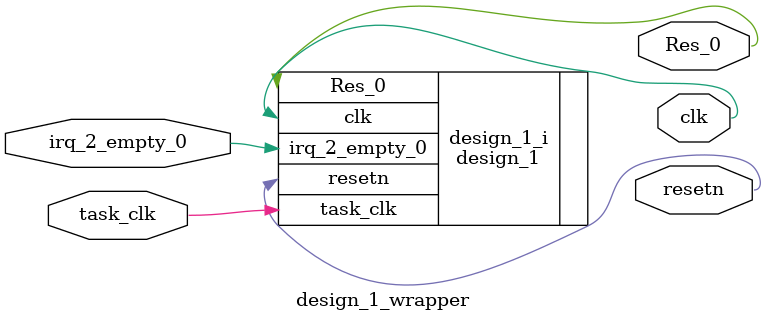
<source format=v>
`timescale 1 ps / 1 ps

module design_1_wrapper
   (Res_0,
    clk,
    irq_2_empty_0,
    resetn,
    task_clk);
  output [0:0]Res_0;
  output clk;
  input [0:0]irq_2_empty_0;
  output [0:0]resetn;
  input task_clk;

  wire [0:0]Res_0;
  wire clk;
  wire [0:0]irq_2_empty_0;
  wire [0:0]resetn;
  wire task_clk;

  design_1 design_1_i
       (.Res_0(Res_0),
        .clk(clk),
        .irq_2_empty_0(irq_2_empty_0),
        .resetn(resetn),
        .task_clk(task_clk));
endmodule

</source>
